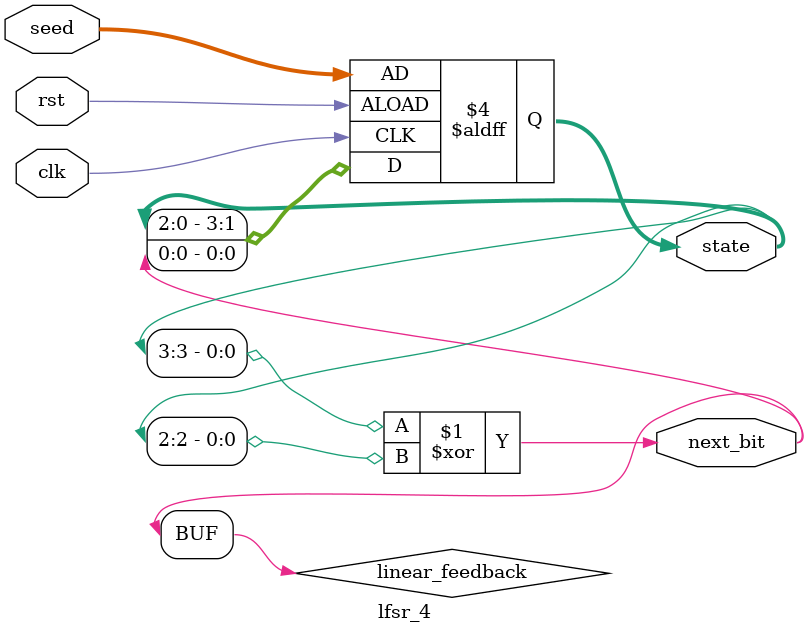
<source format=v>
module lfsr_4(next_bit, state, seed, clk, rst);
	output next_bit; 
	output [3:0] state;
	reg [3:0] state;
	input [3:0] seed;
	input clk, rst;
	
	wire linear_feedback;

	// The next bit is the xor of bits 4 and 3
	assign linear_feedback =  state[3] ^ state[2];
	assign next_bit = linear_feedback;
	
	always @(posedge clk or negedge rst)
	if (!rst) 
	begin // active low reset
	  state <= seed ;
	end 
	else
	begin
	 state <= {state[2],
				state[1],
				state[0],
				linear_feedback};
	 end 
 
 endmodule 

</source>
